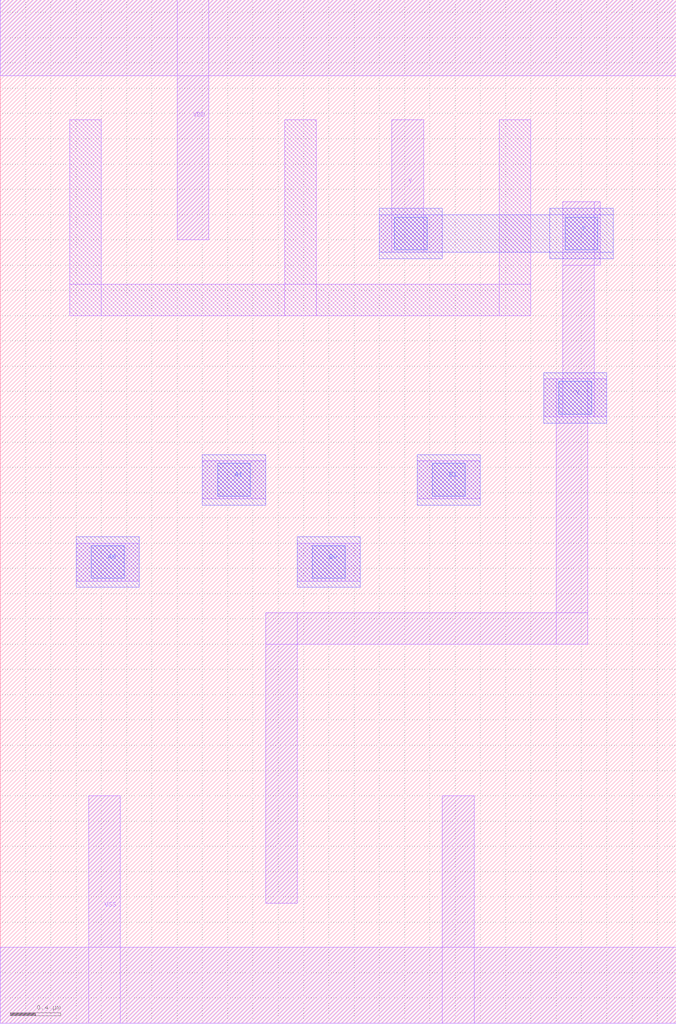
<source format=lef>
# Copyright 2022 Google LLC
# Licensed under the Apache License, Version 2.0 (the "License");
# you may not use this file except in compliance with the License.
# You may obtain a copy of the License at
#
#      http://www.apache.org/licenses/LICENSE-2.0
#
# Unless required by applicable law or agreed to in writing, software
# distributed under the License is distributed on an "AS IS" BASIS,
# WITHOUT WARRANTIES OR CONDITIONS OF ANY KIND, either express or implied.
# See the License for the specific language governing permissions and
# limitations under the License.
VERSION 5.7 ;
BUSBITCHARS "[]" ;
DIVIDERCHAR "/" ;

MACRO gf180mcu_osu_sc_gp12t3v3__aoi22_1
  CLASS CORE ;
  ORIGIN 0 0 ;
  FOREIGN gf180mcu_osu_sc_gp12t3v3__aoi22_1 0 0 ;
  SIZE 5.35 BY 8.1 ;
  SYMMETRY X Y ;
  SITE GF180_3p3_12t ;
  PIN VDD
    DIRECTION INOUT ;
    USE POWER ;
    SHAPE ABUTMENT ;
    PORT
      LAYER MET1 ;
        RECT 0 7.5 5.35 8.1 ;
        RECT 1.4 6.2 1.65 8.1 ;
    END
  END VDD
  PIN VSS
    DIRECTION INOUT ;
    USE GROUND ;
    PORT
      LAYER MET1 ;
        RECT 0 0 5.35 0.6 ;
        RECT 3.5 0 3.75 1.8 ;
        RECT 0.7 0 0.95 1.8 ;
    END
  END VSS
  PIN A0
    DIRECTION INPUT ;
    USE SIGNAL ;
    PORT
      LAYER MET1 ;
        RECT 0.6 3.5 1.1 3.8 ;
      LAYER MET2 ;
        RECT 0.6 3.45 1.1 3.85 ;
      LAYER VIA12 ;
        RECT 0.72 3.52 0.98 3.78 ;
    END
  END A0
  PIN A1
    DIRECTION INPUT ;
    USE SIGNAL ;
    PORT
      LAYER MET1 ;
        RECT 1.6 4.15 2.1 4.45 ;
      LAYER MET2 ;
        RECT 1.6 4.1 2.1 4.5 ;
      LAYER VIA12 ;
        RECT 1.72 4.17 1.98 4.43 ;
    END
  END A1
  PIN B0
    DIRECTION INPUT ;
    USE SIGNAL ;
    PORT
      LAYER MET1 ;
        RECT 2.35 3.5 2.85 3.8 ;
      LAYER MET2 ;
        RECT 2.35 3.45 2.85 3.85 ;
      LAYER VIA12 ;
        RECT 2.47 3.52 2.73 3.78 ;
    END
  END B0
  PIN B1
    DIRECTION INPUT ;
    USE SIGNAL ;
    PORT
      LAYER MET1 ;
        RECT 3.3 4.15 3.8 4.45 ;
      LAYER MET2 ;
        RECT 3.3 4.1 3.8 4.5 ;
      LAYER VIA12 ;
        RECT 3.42 4.17 3.68 4.43 ;
    END
  END B1
  PIN Y
    DIRECTION OUTPUT ;
    USE SIGNAL ;
    PORT
      LAYER MET1 ;
        RECT 4.3 4.8 4.8 5.1 ;
        RECT 4.45 6 4.75 6.5 ;
        RECT 4.45 4.8 4.7 6.5 ;
        RECT 4.4 3 4.65 5.1 ;
        RECT 2.1 3 4.65 3.25 ;
        RECT 2.1 0.95 2.35 3.25 ;
        RECT 3 6.1 3.5 6.4 ;
        RECT 3.1 6.1 3.35 7.15 ;
      LAYER MET2 ;
        RECT 4.35 6.05 4.85 6.45 ;
        RECT 3 6.1 4.85 6.4 ;
        RECT 3 6.05 3.5 6.45 ;
        RECT 4.3 4.75 4.8 5.15 ;
      LAYER VIA12 ;
        RECT 3.12 6.12 3.38 6.38 ;
        RECT 4.42 4.82 4.68 5.08 ;
        RECT 4.47 6.12 4.73 6.38 ;
    END
  END Y
  OBS
    LAYER MET1 ;
      RECT 3.95 5.6 4.2 7.15 ;
      RECT 2.25 5.6 2.5 7.15 ;
      RECT 0.55 5.6 0.8 7.15 ;
      RECT 0.55 5.6 4.2 5.85 ;
  END
END gf180mcu_osu_sc_gp12t3v3__aoi22_1

</source>
